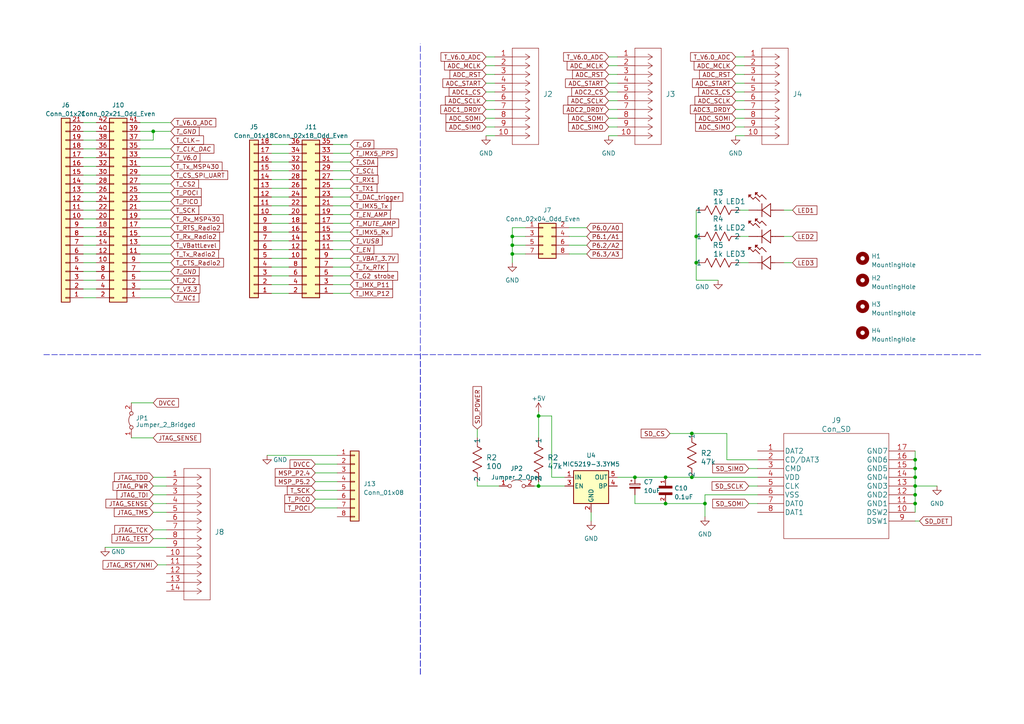
<source format=kicad_sch>
(kicad_sch (version 20230121) (generator eeschema)
  (paper "A4")
  (title_block (rev "1.0") (comment 1 "By Thimira Asurapmudalige"))
  (lib_symbols
    (symbol "CAP_0.1uF_0603:C0603C104J4RAC7867" (pin_names (offset 1.016) hide)
      (property "Reference" "C" (at 0 3.81 0))
      (property "Value" "C0603C104J4RAC7867" (at 0 -5.08 0))
      (symbol "C0603C104J4RAC7867_0_0"
        (pin passive line (at -2.54 0 0) (length 2.54) (name "~") (number "1"))
        (pin passive line (at 5.08 0 180) (length 2.54) (name "~") (number "2"))
      )
    )
    (symbol "Con10A_RightAngle:SBH11-PBPC-D05-RA-BK" (pin_names (offset 0.254) hide)
      (property "Reference" "J" (at 8.89 6.35 0))
      (property "Value" "SBH11-PBPC-D05-RA-BK" (at 10.16 -10.16 0))
      (symbol "SBH11-PBPC-D05-RA-BK_1_1"
        (pin unspecified line (at 0 0 0) (length 5.08) (name "1") (number "1"))
        (pin unspecified line (at 0 -22.86 0) (length 5.08) (name "10") (number "10"))
        (pin unspecified line (at 0 -2.54 0) (length 5.08) (name "2") (number "2"))
        (pin unspecified line (at 0 -5.08 0) (length 5.08) (name "3") (number "3"))
        (pin unspecified line (at 0 -7.62 0) (length 5.08) (name "4") (number "4"))
        (pin unspecified line (at 0 -10.16 0) (length 5.08) (name "5") (number "5"))
        (pin unspecified line (at 0 -12.7 0) (length 5.08) (name "6") (number "6"))
        (pin unspecified line (at 0 -15.24 0) (length 5.08) (name "7") (number "7"))
        (pin unspecified line (at 0 -17.78 0) (length 5.08) (name "8") (number "8"))
        (pin unspecified line (at 0 -20.32 0) (length 5.08) (name "9") (number "9"))
      )
    )
    (symbol "Con14A_RightAngle:SBH11-PBPC-D07-RA-BK" (pin_names (offset 0.254) hide)
      (property "Reference" "J" (at 8.89 6.35 0))
      (property "Value" "SBH11-PBPC-D07-RA-BK" (at 10.16 -15.24 0))
      (symbol "SBH11-PBPC-D07-RA-BK_1_1"
        (pin unspecified line (at 0 0 0) (length 5.08) (name "1") (number "1"))
        (pin unspecified line (at 0 -22.86 0) (length 5.08) (name "10") (number "10"))
        (pin unspecified line (at 0 -25.4 0) (length 5.08) (name "11") (number "11"))
        (pin unspecified line (at 0 -27.94 0) (length 5.08) (name "12") (number "12"))
        (pin unspecified line (at 0 -30.48 0) (length 5.08) (name "13") (number "13"))
        (pin unspecified line (at 0 -33.02 0) (length 5.08) (name "14") (number "14"))
        (pin unspecified line (at 0 -2.54 0) (length 5.08) (name "2") (number "2"))
        (pin unspecified line (at 0 -5.08 0) (length 5.08) (name "3") (number "3"))
        (pin unspecified line (at 0 -7.62 0) (length 5.08) (name "4") (number "4"))
        (pin unspecified line (at 0 -10.16 0) (length 5.08) (name "5") (number "5"))
        (pin unspecified line (at 0 -12.7 0) (length 5.08) (name "6") (number "6"))
        (pin unspecified line (at 0 -15.24 0) (length 5.08) (name "7") (number "7"))
        (pin unspecified line (at 0 -17.78 0) (length 5.08) (name "8") (number "8"))
        (pin unspecified line (at 0 -20.32 0) (length 5.08) (name "9") (number "9"))
      )
    )
    (symbol "Con_SD_10pin:ST11S008V4HR2000" (pin_names (offset 0.254))
      (property "Reference" "J" (at 22.86 10.16 0))
      (property "Value" "ST11S008V4HR2000" (at 22.86 7.62 0))
      (symbol "ST11S008V4HR2000_1_1"
        (pin bidirectional line (at 0 0 0) (length 7.62) (name "DAT2") (number "1"))
        (pin bidirectional line (at 45.72 -17.78 180) (length 7.62) (name "DSW2") (number "10"))
        (pin power_in line (at 45.72 -15.24 180) (length 7.62) (name "GND1") (number "11"))
        (pin power_in line (at 45.72 -12.7 180) (length 7.62) (name "GND2") (number "12"))
        (pin power_in line (at 45.72 -10.16 180) (length 7.62) (name "GND3") (number "13"))
        (pin power_in line (at 45.72 -7.62 180) (length 7.62) (name "GND4") (number "14"))
        (pin power_in line (at 45.72 -5.08 180) (length 7.62) (name "GND5") (number "15"))
        (pin power_in line (at 45.72 -2.54 180) (length 7.62) (name "GND6") (number "16"))
        (pin power_in line (at 45.72 0 180) (length 7.62) (name "GND7") (number "17"))
        (pin unspecified line (at 0 -2.54 0) (length 7.62) (name "CD/DAT3") (number "2"))
        (pin unspecified line (at 0 -5.08 0) (length 7.62) (name "CMD") (number "3"))
        (pin power_in line (at 0 -7.62 0) (length 7.62) (name "VDD") (number "4"))
        (pin unspecified line (at 0 -10.16 0) (length 7.62) (name "CLK") (number "5"))
        (pin power_in line (at 0 -12.7 0) (length 7.62) (name "VSS") (number "6"))
        (pin bidirectional line (at 0 -15.24 0) (length 7.62) (name "DAT0") (number "7"))
        (pin bidirectional line (at 0 -17.78 0) (length 7.62) (name "DAT1") (number "8"))
        (pin bidirectional line (at 45.72 -20.32 180) (length 7.62) (name "DSW1") (number "9"))
      )
    )
    (symbol "Connector_Generic:Conn_01x08" (pin_names (offset 1.016) hide)
      (property "Reference" "J" (at 0 10.16 0))
      (property "Value" "Conn_01x08" (at 0 -12.7 0))
      (symbol "Conn_01x08_1_1"
        (pin passive line (at -5.08 7.62 0) (length 3.81) (name "Pin_1") (number "1"))
        (pin passive line (at -5.08 5.08 0) (length 3.81) (name "Pin_2") (number "2"))
        (pin passive line (at -5.08 2.54 0) (length 3.81) (name "Pin_3") (number "3"))
        (pin passive line (at -5.08 0 0) (length 3.81) (name "Pin_4") (number "4"))
        (pin passive line (at -5.08 -2.54 0) (length 3.81) (name "Pin_5") (number "5"))
        (pin passive line (at -5.08 -5.08 0) (length 3.81) (name "Pin_6") (number "6"))
        (pin passive line (at -5.08 -7.62 0) (length 3.81) (name "Pin_7") (number "7"))
        (pin passive line (at -5.08 -10.16 0) (length 3.81) (name "Pin_8") (number "8"))
      )
    )
    (symbol "Connector_Generic:Conn_01x18" (pin_names (offset 1.016) hide)
      (property "Reference" "J" (at 0 22.86 0))
      (property "Value" "Conn_01x18" (at 0 -25.4 0))
      (symbol "Conn_01x18_1_1"
        (pin passive line (at -5.08 20.32 0) (length 3.81) (name "Pin_1") (number "1"))
        (pin passive line (at -5.08 -2.54 0) (length 3.81) (name "Pin_10") (number "10"))
        (pin passive line (at -5.08 -5.08 0) (length 3.81) (name "Pin_11") (number "11"))
        (pin passive line (at -5.08 -7.62 0) (length 3.81) (name "Pin_12") (number "12"))
        (pin passive line (at -5.08 -10.16 0) (length 3.81) (name "Pin_13") (number "13"))
        (pin passive line (at -5.08 -12.7 0) (length 3.81) (name "Pin_14") (number "14"))
        (pin passive line (at -5.08 -15.24 0) (length 3.81) (name "Pin_15") (number "15"))
        (pin passive line (at -5.08 -17.78 0) (length 3.81) (name "Pin_16") (number "16"))
        (pin passive line (at -5.08 -20.32 0) (length 3.81) (name "Pin_17") (number "17"))
        (pin passive line (at -5.08 -22.86 0) (length 3.81) (name "Pin_18") (number "18"))
        (pin passive line (at -5.08 17.78 0) (length 3.81) (name "Pin_2") (number "2"))
        (pin passive line (at -5.08 15.24 0) (length 3.81) (name "Pin_3") (number "3"))
        (pin passive line (at -5.08 12.7 0) (length 3.81) (name "Pin_4") (number "4"))
        (pin passive line (at -5.08 10.16 0) (length 3.81) (name "Pin_5") (number "5"))
        (pin passive line (at -5.08 7.62 0) (length 3.81) (name "Pin_6") (number "6"))
        (pin passive line (at -5.08 5.08 0) (length 3.81) (name "Pin_7") (number "7"))
        (pin passive line (at -5.08 2.54 0) (length 3.81) (name "Pin_8") (number "8"))
        (pin passive line (at -5.08 0 0) (length 3.81) (name "Pin_9") (number "9"))
      )
    )
    (symbol "Connector_Generic:Conn_01x21" (pin_names (offset 1.016) hide)
      (property "Reference" "J" (at 0 27.94 0))
      (property "Value" "Conn_01x21" (at 0 -27.94 0))
      (symbol "Conn_01x21_1_1"
        (pin passive line (at -5.08 25.4 0) (length 3.81) (name "Pin_1") (number "1"))
        (pin passive line (at -5.08 2.54 0) (length 3.81) (name "Pin_10") (number "10"))
        (pin passive line (at -5.08 0 0) (length 3.81) (name "Pin_11") (number "11"))
        (pin passive line (at -5.08 -2.54 0) (length 3.81) (name "Pin_12") (number "12"))
        (pin passive line (at -5.08 -5.08 0) (length 3.81) (name "Pin_13") (number "13"))
        (pin passive line (at -5.08 -7.62 0) (length 3.81) (name "Pin_14") (number "14"))
        (pin passive line (at -5.08 -10.16 0) (length 3.81) (name "Pin_15") (number "15"))
        (pin passive line (at -5.08 -12.7 0) (length 3.81) (name "Pin_16") (number "16"))
        (pin passive line (at -5.08 -15.24 0) (length 3.81) (name "Pin_17") (number "17"))
        (pin passive line (at -5.08 -17.78 0) (length 3.81) (name "Pin_18") (number "18"))
        (pin passive line (at -5.08 -20.32 0) (length 3.81) (name "Pin_19") (number "19"))
        (pin passive line (at -5.08 22.86 0) (length 3.81) (name "Pin_2") (number "2"))
        (pin passive line (at -5.08 -22.86 0) (length 3.81) (name "Pin_20") (number "20"))
        (pin passive line (at -5.08 -25.4 0) (length 3.81) (name "Pin_21") (number "21"))
        (pin passive line (at -5.08 20.32 0) (length 3.81) (name "Pin_3") (number "3"))
        (pin passive line (at -5.08 17.78 0) (length 3.81) (name "Pin_4") (number "4"))
        (pin passive line (at -5.08 15.24 0) (length 3.81) (name "Pin_5") (number "5"))
        (pin passive line (at -5.08 12.7 0) (length 3.81) (name "Pin_6") (number "6"))
        (pin passive line (at -5.08 10.16 0) (length 3.81) (name "Pin_7") (number "7"))
        (pin passive line (at -5.08 7.62 0) (length 3.81) (name "Pin_8") (number "8"))
        (pin passive line (at -5.08 5.08 0) (length 3.81) (name "Pin_9") (number "9"))
      )
    )
    (symbol "Connector_Generic:Conn_02x04_Odd_Even" (pin_names (offset 1.016) hide)
      (property "Reference" "J" (at 1.27 5.08 0))
      (property "Value" "Conn_02x04_Odd_Even" (at 1.27 -7.62 0))
      (symbol "Conn_02x04_Odd_Even_1_1"
        (pin passive line (at -5.08 2.54 0) (length 3.81) (name "Pin_1") (number "1"))
        (pin passive line (at 7.62 2.54 180) (length 3.81) (name "Pin_2") (number "2"))
        (pin passive line (at -5.08 0 0) (length 3.81) (name "Pin_3") (number "3"))
        (pin passive line (at 7.62 0 180) (length 3.81) (name "Pin_4") (number "4"))
        (pin passive line (at -5.08 -2.54 0) (length 3.81) (name "Pin_5") (number "5"))
        (pin passive line (at 7.62 -2.54 180) (length 3.81) (name "Pin_6") (number "6"))
        (pin passive line (at -5.08 -5.08 0) (length 3.81) (name "Pin_7") (number "7"))
        (pin passive line (at 7.62 -5.08 180) (length 3.81) (name "Pin_8") (number "8"))
      )
    )
    (symbol "Connector_Generic:Conn_02x18_Odd_Even" (pin_names (offset 1.016) hide)
      (property "Reference" "J" (at 1.27 22.86 0))
      (property "Value" "Conn_02x18_Odd_Even" (at 1.27 -25.4 0))
      (symbol "Conn_02x18_Odd_Even_1_1"
        (pin passive line (at -5.08 20.32 0) (length 3.81) (name "Pin_1") (number "1"))
        (pin passive line (at 7.62 10.16 180) (length 3.81) (name "Pin_10") (number "10"))
        (pin passive line (at -5.08 7.62 0) (length 3.81) (name "Pin_11") (number "11"))
        (pin passive line (at 7.62 7.62 180) (length 3.81) (name "Pin_12") (number "12"))
        (pin passive line (at -5.08 5.08 0) (length 3.81) (name "Pin_13") (number "13"))
        (pin passive line (at 7.62 5.08 180) (length 3.81) (name "Pin_14") (number "14"))
        (pin passive line (at -5.08 2.54 0) (length 3.81) (name "Pin_15") (number "15"))
        (pin passive line (at 7.62 2.54 180) (length 3.81) (name "Pin_16") (number "16"))
        (pin passive line (at -5.08 0 0) (length 3.81) (name "Pin_17") (number "17"))
        (pin passive line (at 7.62 0 180) (length 3.81) (name "Pin_18") (number "18"))
        (pin passive line (at -5.08 -2.54 0) (length 3.81) (name "Pin_19") (number "19"))
        (pin passive line (at 7.62 20.32 180) (length 3.81) (name "Pin_2") (number "2"))
        (pin passive line (at 7.62 -2.54 180) (length 3.81) (name "Pin_20") (number "20"))
        (pin passive line (at -5.08 -5.08 0) (length 3.81) (name "Pin_21") (number "21"))
        (pin passive line (at 7.62 -5.08 180) (length 3.81) (name "Pin_22") (number "22"))
        (pin passive line (at -5.08 -7.62 0) (length 3.81) (name "Pin_23") (number "23"))
        (pin passive line (at 7.62 -7.62 180) (length 3.81) (name "Pin_24") (number "24"))
        (pin passive line (at -5.08 -10.16 0) (length 3.81) (name "Pin_25") (number "25"))
        (pin passive line (at 7.62 -10.16 180) (length 3.81) (name "Pin_26") (number "26"))
        (pin passive line (at -5.08 -12.7 0) (length 3.81) (name "Pin_27") (number "27"))
        (pin passive line (at 7.62 -12.7 180) (length 3.81) (name "Pin_28") (number "28"))
        (pin passive line (at -5.08 -15.24 0) (length 3.81) (name "Pin_29") (number "29"))
        (pin passive line (at -5.08 17.78 0) (length 3.81) (name "Pin_3") (number "3"))
        (pin passive line (at 7.62 -15.24 180) (length 3.81) (name "Pin_30") (number "30"))
        (pin passive line (at -5.08 -17.78 0) (length 3.81) (name "Pin_31") (number "31"))
        (pin passive line (at 7.62 -17.78 180) (length 3.81) (name "Pin_32") (number "32"))
        (pin passive line (at -5.08 -20.32 0) (length 3.81) (name "Pin_33") (number "33"))
        (pin passive line (at 7.62 -20.32 180) (length 3.81) (name "Pin_34") (number "34"))
        (pin passive line (at -5.08 -22.86 0) (length 3.81) (name "Pin_35") (number "35"))
        (pin passive line (at 7.62 -22.86 180) (length 3.81) (name "Pin_36") (number "36"))
        (pin passive line (at 7.62 17.78 180) (length 3.81) (name "Pin_4") (number "4"))
        (pin passive line (at -5.08 15.24 0) (length 3.81) (name "Pin_5") (number "5"))
        (pin passive line (at 7.62 15.24 180) (length 3.81) (name "Pin_6") (number "6"))
        (pin passive line (at -5.08 12.7 0) (length 3.81) (name "Pin_7") (number "7"))
        (pin passive line (at 7.62 12.7 180) (length 3.81) (name "Pin_8") (number "8"))
        (pin passive line (at -5.08 10.16 0) (length 3.81) (name "Pin_9") (number "9"))
      )
    )
    (symbol "Connector_Generic:Conn_02x21_Odd_Even" (pin_names (offset 1.016) hide)
      (property "Reference" "J" (at 1.27 27.94 0))
      (property "Value" "Conn_02x21_Odd_Even" (at 1.27 -27.94 0))
      (symbol "Conn_02x21_Odd_Even_1_1"
        (pin passive line (at -5.08 25.4 0) (length 3.81) (name "Pin_1") (number "1"))
        (pin passive line (at 7.62 15.24 180) (length 3.81) (name "Pin_10") (number "10"))
        (pin passive line (at -5.08 12.7 0) (length 3.81) (name "Pin_11") (number "11"))
        (pin passive line (at 7.62 12.7 180) (length 3.81) (name "Pin_12") (number "12"))
        (pin passive line (at -5.08 10.16 0) (length 3.81) (name "Pin_13") (number "13"))
        (pin passive line (at 7.62 10.16 180) (length 3.81) (name "Pin_14") (number "14"))
        (pin passive line (at -5.08 7.62 0) (length 3.81) (name "Pin_15") (number "15"))
        (pin passive line (at 7.62 7.62 180) (length 3.81) (name "Pin_16") (number "16"))
        (pin passive line (at -5.08 5.08 0) (length 3.81) (name "Pin_17") (number "17"))
        (pin passive line (at 7.62 5.08 180) (length 3.81) (name "Pin_18") (number "18"))
        (pin passive line (at -5.08 2.54 0) (length 3.81) (name "Pin_19") (number "19"))
        (pin passive line (at 7.62 25.4 180) (length 3.81) (name "Pin_2") (number "2"))
        (pin passive line (at 7.62 2.54 180) (length 3.81) (name "Pin_20") (number "20"))
        (pin passive line (at -5.08 0 0) (length 3.81) (name "Pin_21") (number "21"))
        (pin passive line (at 7.62 0 180) (length 3.81) (name "Pin_22") (number "22"))
        (pin passive line (at -5.08 -2.54 0) (length 3.81) (name "Pin_23") (number "23"))
        (pin passive line (at 7.62 -2.54 180) (length 3.81) (name "Pin_24") (number "24"))
        (pin passive line (at -5.08 -5.08 0) (length 3.81) (name "Pin_25") (number "25"))
        (pin passive line (at 7.62 -5.08 180) (length 3.81) (name "Pin_26") (number "26"))
        (pin passive line (at -5.08 -7.62 0) (length 3.81) (name "Pin_27") (number "27"))
        (pin passive line (at 7.62 -7.62 180) (length 3.81) (name "Pin_28") (number "28"))
        (pin passive line (at -5.08 -10.16 0) (length 3.81) (name "Pin_29") (number "29"))
        (pin passive line (at -5.08 22.86 0) (length 3.81) (name "Pin_3") (number "3"))
        (pin passive line (at 7.62 -10.16 180) (length 3.81) (name "Pin_30") (number "30"))
        (pin passive line (at -5.08 -12.7 0) (length 3.81) (name "Pin_31") (number "31"))
        (pin passive line (at 7.62 -12.7 180) (length 3.81) (name "Pin_32") (number "32"))
        (pin passive line (at -5.08 -15.24 0) (length 3.81) (name "Pin_33") (number "33"))
        (pin passive line (at 7.62 -15.24 180) (length 3.81) (name "Pin_34") (number "34"))
        (pin passive line (at -5.08 -17.78 0) (length 3.81) (name "Pin_35") (number "35"))
        (pin passive line (at 7.62 -17.78 180) (length 3.81) (name "Pin_36") (number "36"))
        (pin passive line (at -5.08 -20.32 0) (length 3.81) (name "Pin_37") (number "37"))
        (pin passive line (at 7.62 -20.32 180) (length 3.81) (name "Pin_38") (number "38"))
        (pin passive line (at -5.08 -22.86 0) (length 3.81) (name "Pin_39") (number "39"))
        (pin passive line (at 7.62 22.86 180) (length 3.81) (name "Pin_4") (number "4"))
        (pin passive line (at 7.62 -22.86 180) (length 3.81) (name "Pin_40") (number "40"))
        (pin passive line (at -5.08 -25.4 0) (length 3.81) (name "Pin_41") (number "41"))
        (pin passive line (at 7.62 -25.4 180) (length 3.81) (name "Pin_42") (number "42"))
        (pin passive line (at -5.08 20.32 0) (length 3.81) (name "Pin_5") (number "5"))
        (pin passive line (at 7.62 20.32 180) (length 3.81) (name "Pin_6") (number "6"))
        (pin passive line (at -5.08 17.78 0) (length 3.81) (name "Pin_7") (number "7"))
        (pin passive line (at 7.62 17.78 180) (length 3.81) (name "Pin_8") (number "8"))
        (pin passive line (at -5.08 15.24 0) (length 3.81) (name "Pin_9") (number "9"))
      )
    )
    (symbol "Device:C_Polarized_Small" (pin_numbers hide) (pin_names (offset 0.254) hide)
      (property "Reference" "C7" (at 2.54 1.1811 0))
      (property "Value" "10uF" (at 2.54 -1.3589 0))
      (symbol "C_Polarized_Small_1_1"
        (pin passive line (at 0 2.54 270) (length 1.8542) (name "1") (number "1"))
        (pin passive line (at 0 -2.54 90) (length 1.8542) (name "2") (number "2"))
      )
    )
    (symbol "Jumper:Jumper_2_Bridged" (pin_names (offset 0) hide)
      (property "Reference" "JP" (at 0 1.905 0))
      (property "Value" "Jumper_2_Bridged" (at 0 -2.54 0))
      (symbol "Jumper_2_Bridged_1_1"
        (pin passive line (at -5.08 0 0) (length 2.54) (name "A") (number "1"))
        (pin passive line (at 5.08 0 180) (length 2.54) (name "B") (number "2"))
      )
    )
    (symbol "Jumper:Jumper_2_Open" (pin_names (offset 0) hide)
      (property "Reference" "JP" (at 0 2.794 0))
      (property "Value" "Jumper_2_Open" (at 0 -2.286 0))
      (symbol "Jumper_2_Open_1_1"
        (pin passive line (at -5.08 0 0) (length 2.54) (name "A") (number "1"))
        (pin passive line (at 5.08 0 180) (length 2.54) (name "B") (number "2"))
      )
    )
    (symbol "LED_SMD:LTST-C150GKT" (pin_numbers hide) (pin_names hide)
      (property "Reference" "LED" (at 5.08 -4.445 0))
      (property "Value" "LTST-C150GKT" (at 5.08 -7.62 0))
      (symbol "LTST-C150GKT_1_1"
        (pin unspecified line (at 10.16 0 180) (length 2.54) (name "1") (number "1"))
        (pin unspecified line (at 0 0 0) (length 2.54) (name "2") (number "2"))
      )
    )
    (symbol "Mechanical:MountingHole" (pin_names (offset 1.016))
      (property "Reference" "H" (at 0 5.08 0))
      (property "Value" "MountingHole" (at 0 3.175 0))
    )
    (symbol "Regulator_Linear:MIC5219-3.3YM5" (pin_names (offset 0.254))
      (property "Reference" "U" (at -3.81 5.715 0))
      (property "Value" "MIC5219-3.3YM5" (at 0 5.715 0))
      (symbol "MIC5219-3.3YM5_1_1"
        (pin power_in line (at -7.62 2.54 0) (length 2.54) (name "IN") (number "1"))
        (pin power_in line (at 0 -7.62 90) (length 2.54) (name "GND") (number "2"))
        (pin input line (at -7.62 0 0) (length 2.54) (name "EN") (number "3"))
        (pin input line (at 7.62 0 180) (length 2.54) (name "BP") (number "4"))
        (pin power_out line (at 7.62 2.54 180) (length 2.54) (name "OUT") (number "5"))
      )
    )
    (symbol "Res_47k_0603:CRCW060347K0JNEA" (pin_numbers hide) (pin_names (offset -2.54))
      (property "Reference" "R" (at 5.715 3.81 0))
      (property "Value" "CRCW060347K0JNEA" (at 6.35 -6.985 0))
      (symbol "CRCW060347K0JNEA_1_1"
        (pin unspecified line (at 12.7 0 180) (length 2.54) (name "1") (number "1"))
        (pin unspecified line (at 0 0 0) (length 2.54) (name "2") (number "2"))
      )
    )
    (symbol "power:+5V" (power) (pin_names (offset 0))
      (property "Value" "+5V" (at 0 3.556 0))
      (symbol "+5V_1_1"
        (pin power_in line (at 0 0 90) (length 0) hide (name "+5V") (number "1"))
      )
    )
    (symbol "power:GND" (power) (pin_names (offset 0))
      (property "Value" "GND" (at 0 -3.81 0))
      (symbol "GND_1_1"
        (pin power_in line (at 0 0 270) (length 0) hide (name "GND") (number "1"))
      )
    )
  )
  (junction (at 193.04 138.43))
  (junction (at 204.47 146.05))
  (junction (at 148.59 68.58))
  (junction (at 265.43 146.05))
  (junction (at 44.45 38.1))
  (junction (at 201.93 68.58))
  (junction (at 200.66 138.43))
  (junction (at 148.59 71.12))
  (junction (at 265.43 138.43))
  (junction (at 265.43 140.97))
  (junction (at 200.66 125.73))
  (junction (at 265.43 135.89))
  (junction (at 156.21 140.97))
  (junction (at 148.59 73.66))
  (junction (at 184.15 138.43))
  (junction (at 265.43 143.51))
  (junction (at 201.93 76.2))
  (junction (at 156.21 120.65))
  (junction (at 265.43 133.35))
  (junction (at 193.04 146.05))
  (wire (pts (xy 40.64 78.74) (xy 49.53 78.74)))
  (wire (pts (xy 184.15 146.05) (xy 193.04 146.05)))
  (wire (pts (xy 265.43 143.51) (xy 265.43 146.05)))
  (wire (pts (xy 217.17 146.05) (xy 219.71 146.05)))
  (wire (pts (xy 148.59 73.66) (xy 148.59 76.2)))
  (polyline (pts (xy 132.08 102.87) (xy 284.48 102.87)) (stroke (width 0) (type dash)))
  (polyline (pts (xy 121.92 195.58) (xy 121.92 102.87)) (stroke (width 0) (type dash)))
  (wire (pts (xy 27.94 58.42) (xy 24.13 58.42)))
  (wire (pts (xy 44.45 156.21) (xy 48.26 156.21)))
  (wire (pts (xy 160.02 138.43) (xy 160.02 120.65)))
  (wire (pts (xy 170.18 71.12) (xy 165.1 71.12)))
  (wire (pts (xy 27.94 50.8) (xy 24.13 50.8)))
  (wire (pts (xy 96.52 82.55) (xy 101.6 82.55)))
  (wire (pts (xy 229.87 68.58) (xy 227.33 68.58)))
  (wire (pts (xy 179.07 31.75) (xy 176.53 31.75)))
  (wire (pts (xy 96.52 69.85) (xy 101.6 69.85)))
  (wire (pts (xy 96.52 77.47) (xy 101.6 77.47)))
  (wire (pts (xy 96.52 46.99) (xy 101.6 46.99)))
  (wire (pts (xy 40.64 63.5) (xy 49.53 63.5)))
  (wire (pts (xy 163.83 138.43) (xy 160.02 138.43)))
  (wire (pts (xy 184.15 138.43) (xy 193.04 138.43)))
  (wire (pts (xy 156.21 120.65) (xy 160.02 120.65)))
  (wire (pts (xy 208.28 81.28) (xy 201.93 81.28)))
  (wire (pts (xy 49.53 60.96) (xy 40.64 60.96)))
  (wire (pts (xy 179.07 29.21) (xy 176.53 29.21)))
  (wire (pts (xy 200.66 138.43) (xy 219.71 138.43)))
  (wire (pts (xy 210.82 125.73) (xy 210.82 133.35)))
  (wire (pts (xy 40.64 81.28) (xy 49.53 81.28)))
  (wire (pts (xy 83.82 74.93) (xy 78.74 74.93)))
  (wire (pts (xy 44.45 38.1) (xy 44.45 40.64)))
  (wire (pts (xy 40.64 73.66) (xy 49.53 73.66)))
  (wire (pts (xy 156.21 120.65) (xy 156.21 127)))
  (wire (pts (xy 215.9 29.21) (xy 213.36 29.21)))
  (wire (pts (xy 44.45 153.67) (xy 48.26 153.67)))
  (wire (pts (xy 140.97 19.05) (xy 143.51 19.05)))
  (wire (pts (xy 265.43 130.81) (xy 265.43 133.35)))
  (wire (pts (xy 154.94 140.97) (xy 156.21 140.97)))
  (wire (pts (xy 179.07 24.13) (xy 176.53 24.13)))
  (wire (pts (xy 77.47 132.08) (xy 97.79 132.08)))
  (wire (pts (xy 140.97 34.29) (xy 143.51 34.29)))
  (wire (pts (xy 179.07 21.59) (xy 176.53 21.59)))
  (wire (pts (xy 40.64 35.56) (xy 49.53 35.56)))
  (wire (pts (xy 179.07 36.83) (xy 176.53 36.83)))
  (wire (pts (xy 140.97 24.13) (xy 143.51 24.13)))
  (wire (pts (xy 215.9 36.83) (xy 213.36 36.83)))
  (wire (pts (xy 148.59 71.12) (xy 148.59 73.66)))
  (wire (pts (xy 215.9 26.67) (xy 213.36 26.67)))
  (wire (pts (xy 27.94 63.5) (xy 24.13 63.5)))
  (wire (pts (xy 96.52 74.93) (xy 101.6 74.93)))
  (wire (pts (xy 83.82 80.01) (xy 78.74 80.01)))
  (polyline (pts (xy 12.7 102.87) (xy 132.08 102.87)) (stroke (width 0) (type dash)))
  (wire (pts (xy 163.83 140.97) (xy 156.21 140.97)))
  (wire (pts (xy 201.93 81.28) (xy 201.93 76.2)))
  (wire (pts (xy 266.7 151.13) (xy 265.43 151.13)))
  (wire (pts (xy 83.82 54.61) (xy 78.74 54.61)))
  (wire (pts (xy 27.94 40.64) (xy 24.13 40.64)))
  (wire (pts (xy 83.82 82.55) (xy 78.74 82.55)))
  (wire (pts (xy 144.78 140.97) (xy 138.43 140.97)))
  (wire (pts (xy 204.47 146.05) (xy 204.47 143.51)))
  (wire (pts (xy 179.07 34.29) (xy 176.53 34.29)))
  (wire (pts (xy 200.66 125.73) (xy 210.82 125.73)))
  (wire (pts (xy 83.82 77.47) (xy 78.74 77.47)))
  (wire (pts (xy 152.4 66.04) (xy 148.59 66.04)))
  (wire (pts (xy 91.44 137.16) (xy 97.79 137.16)))
  (wire (pts (xy 49.53 45.72) (xy 40.64 45.72)))
  (wire (pts (xy 156.21 119.38) (xy 156.21 120.65)))
  (wire (pts (xy 215.9 31.75) (xy 213.36 31.75)))
  (wire (pts (xy 204.47 149.86) (xy 204.47 146.05)))
  (wire (pts (xy 96.52 72.39) (xy 101.6 72.39)))
  (wire (pts (xy 138.43 140.97) (xy 138.43 139.7)))
  (wire (pts (xy 265.43 138.43) (xy 265.43 140.97)))
  (wire (pts (xy 214.63 76.2) (xy 217.17 76.2)))
  (wire (pts (xy 148.59 66.04) (xy 148.59 68.58)))
  (wire (pts (xy 27.94 55.88) (xy 24.13 55.88)))
  (wire (pts (xy 44.45 140.97) (xy 48.26 140.97)))
  (wire (pts (xy 44.45 143.51) (xy 48.26 143.51)))
  (wire (pts (xy 96.52 59.69) (xy 101.6 59.69)))
  (wire (pts (xy 179.07 138.43) (xy 184.15 138.43)))
  (wire (pts (xy 27.94 76.2) (xy 24.13 76.2)))
  (wire (pts (xy 40.64 40.64) (xy 44.45 40.64)))
  (wire (pts (xy 27.94 81.28) (xy 24.13 81.28)))
  (wire (pts (xy 140.97 36.83) (xy 143.51 36.83)))
  (wire (pts (xy 40.64 55.88) (xy 49.53 55.88)))
  (wire (pts (xy 179.07 26.67) (xy 176.53 26.67)))
  (wire (pts (xy 265.43 133.35) (xy 265.43 135.89)))
  (wire (pts (xy 265.43 135.89) (xy 265.43 138.43)))
  (wire (pts (xy 44.45 146.05) (xy 48.26 146.05)))
  (wire (pts (xy 140.97 26.67) (xy 143.51 26.67)))
  (wire (pts (xy 40.64 68.58) (xy 49.53 68.58)))
  (wire (pts (xy 96.52 62.23) (xy 101.6 62.23)))
  (wire (pts (xy 27.94 86.36) (xy 24.13 86.36)))
  (wire (pts (xy 194.31 125.73) (xy 200.66 125.73)))
  (wire (pts (xy 193.04 138.43) (xy 200.66 138.43)))
  (wire (pts (xy 83.82 64.77) (xy 78.74 64.77)))
  (wire (pts (xy 40.64 86.36) (xy 49.53 86.36)))
  (wire (pts (xy 91.44 144.78) (xy 97.79 144.78)))
  (wire (pts (xy 40.64 48.26) (xy 49.53 48.26)))
  (wire (pts (xy 96.52 41.91) (xy 101.6 41.91)))
  (wire (pts (xy 96.52 57.15) (xy 101.6 57.15)))
  (wire (pts (xy 27.94 78.74) (xy 24.13 78.74)))
  (wire (pts (xy 83.82 52.07) (xy 78.74 52.07)))
  (wire (pts (xy 91.44 142.24) (xy 97.79 142.24)))
  (wire (pts (xy 30.48 158.75) (xy 48.26 158.75)))
  (wire (pts (xy 83.82 44.45) (xy 78.74 44.45)))
  (wire (pts (xy 215.9 21.59) (xy 213.36 21.59)))
  (wire (pts (xy 27.94 38.1) (xy 24.13 38.1)))
  (wire (pts (xy 201.93 68.58) (xy 201.93 76.2)))
  (wire (pts (xy 83.82 85.09) (xy 78.74 85.09)))
  (wire (pts (xy 40.64 66.04) (xy 49.53 66.04)))
  (wire (pts (xy 83.82 72.39) (xy 78.74 72.39)))
  (wire (pts (xy 44.45 38.1) (xy 49.53 38.1)))
  (wire (pts (xy 140.97 21.59) (xy 143.51 21.59)))
  (wire (pts (xy 170.18 68.58) (xy 165.1 68.58)))
  (wire (pts (xy 83.82 46.99) (xy 78.74 46.99)))
  (wire (pts (xy 27.94 60.96) (xy 24.13 60.96)))
  (wire (pts (xy 49.53 43.18) (xy 40.64 43.18)))
  (wire (pts (xy 193.04 146.05) (xy 204.47 146.05)))
  (wire (pts (xy 44.45 138.43) (xy 48.26 138.43)))
  (wire (pts (xy 27.94 73.66) (xy 24.13 73.66)))
  (wire (pts (xy 83.82 59.69) (xy 78.74 59.69)))
  (wire (pts (xy 27.94 68.58) (xy 24.13 68.58)))
  (wire (pts (xy 91.44 134.62) (xy 97.79 134.62)))
  (wire (pts (xy 215.9 16.51) (xy 213.36 16.51)))
  (wire (pts (xy 152.4 73.66) (xy 148.59 73.66)))
  (wire (pts (xy 40.64 38.1) (xy 44.45 38.1)))
  (wire (pts (xy 214.63 60.96) (xy 217.17 60.96)))
  (wire (pts (xy 217.17 140.97) (xy 219.71 140.97)))
  (wire (pts (xy 152.4 71.12) (xy 148.59 71.12)))
  (wire (pts (xy 214.63 68.58) (xy 217.17 68.58)))
  (wire (pts (xy 148.59 68.58) (xy 148.59 71.12)))
  (wire (pts (xy 184.15 143.51) (xy 184.15 146.05)))
  (wire (pts (xy 229.87 60.96) (xy 227.33 60.96)))
  (wire (pts (xy 215.9 39.37) (xy 213.36 39.37)))
  (wire (pts (xy 44.45 148.59) (xy 48.26 148.59)))
  (wire (pts (xy 215.9 34.29) (xy 213.36 34.29)))
  (wire (pts (xy 171.45 148.59) (xy 171.45 151.13)))
  (wire (pts (xy 27.94 45.72) (xy 24.13 45.72)))
  (wire (pts (xy 217.17 135.89) (xy 219.71 135.89)))
  (wire (pts (xy 49.53 71.12) (xy 40.64 71.12)))
  (wire (pts (xy 210.82 133.35) (xy 219.71 133.35)))
  (wire (pts (xy 96.52 54.61) (xy 101.6 54.61)))
  (wire (pts (xy 179.07 16.51) (xy 176.53 16.51)))
  (wire (pts (xy 179.07 39.37) (xy 176.53 39.37)))
  (wire (pts (xy 91.44 147.32) (xy 97.79 147.32)))
  (wire (pts (xy 27.94 35.56) (xy 24.13 35.56)))
  (wire (pts (xy 229.87 76.2) (xy 227.33 76.2)))
  (wire (pts (xy 140.97 16.51) (xy 143.51 16.51)))
  (wire (pts (xy 83.82 49.53) (xy 78.74 49.53)))
  (wire (pts (xy 140.97 29.21) (xy 143.51 29.21)))
  (wire (pts (xy 96.52 44.45) (xy 101.6 44.45)))
  (wire (pts (xy 96.52 49.53) (xy 101.6 49.53)))
  (wire (pts (xy 204.47 143.51) (xy 219.71 143.51)))
  (wire (pts (xy 44.45 127) (xy 38.1 127)))
  (wire (pts (xy 96.52 80.01) (xy 101.6 80.01)))
  (wire (pts (xy 96.52 52.07) (xy 101.6 52.07)))
  (wire (pts (xy 83.82 62.23) (xy 78.74 62.23)))
  (wire (pts (xy 140.97 39.37) (xy 143.51 39.37)))
  (wire (pts (xy 27.94 71.12) (xy 24.13 71.12)))
  (wire (pts (xy 96.52 67.31) (xy 101.6 67.31)))
  (wire (pts (xy 265.43 140.97) (xy 271.78 140.97)))
  (wire (pts (xy 83.82 57.15) (xy 78.74 57.15)))
  (wire (pts (xy 215.9 24.13) (xy 213.36 24.13)))
  (wire (pts (xy 156.21 140.97) (xy 156.21 139.7)))
  (wire (pts (xy 45.72 163.83) (xy 48.26 163.83)))
  (wire (pts (xy 83.82 69.85) (xy 78.74 69.85)))
  (wire (pts (xy 40.64 83.82) (xy 49.53 83.82)))
  (wire (pts (xy 96.52 85.09) (xy 101.6 85.09)))
  (wire (pts (xy 140.97 31.75) (xy 143.51 31.75)))
  (wire (pts (xy 138.43 124.46) (xy 138.43 127)))
  (wire (pts (xy 40.64 50.8) (xy 49.53 50.8)))
  (wire (pts (xy 152.4 68.58) (xy 148.59 68.58)))
  (wire (pts (xy 215.9 19.05) (xy 213.36 19.05)))
  (wire (pts (xy 179.07 19.05) (xy 176.53 19.05)))
  (wire (pts (xy 265.43 140.97) (xy 265.43 143.51)))
  (wire (pts (xy 91.44 139.7) (xy 97.79 139.7)))
  (wire (pts (xy 170.18 73.66) (xy 165.1 73.66)))
  (wire (pts (xy 27.94 66.04) (xy 24.13 66.04)))
  (wire (pts (xy 265.43 146.05) (xy 265.43 148.59)))
  (wire (pts (xy 201.93 60.96) (xy 201.93 68.58)))
  (polyline (pts (xy 121.92 195.58) (xy 121.92 12.7)) (stroke (width 0) (type dash)))
  (wire (pts (xy 40.64 53.34) (xy 49.53 53.34)))
  (wire (pts (xy 40.64 76.2) (xy 49.53 76.2)))
  (wire (pts (xy 83.82 41.91) (xy 78.74 41.91)))
  (wire (pts (xy 27.94 43.18) (xy 24.13 43.18)))
  (wire (pts (xy 170.18 66.04) (xy 165.1 66.04)))
  (wire (pts (xy 27.94 83.82) (xy 24.13 83.82)))
  (wire (pts (xy 83.82 67.31) (xy 78.74 67.31)))
  (wire (pts (xy 40.64 58.42) (xy 49.53 58.42)))
  (wire (pts (xy 27.94 53.34) (xy 24.13 53.34)))
  (wire (pts (xy 27.94 48.26) (xy 24.13 48.26)))
  (wire (pts (xy 96.52 64.77) (xy 101.6 64.77)))
  (wire (pts (xy 38.1 116.84) (xy 44.45 116.84)))
  (global_label "JTAG_TEST" (shape input) (at 44.45 156.21 180) (property "Intersheetrefs" "${INTERSHEET_REFS}" (effects hide)))
  (global_label "T_POCI" (shape input) (at 91.44 147.32 180) (property "Intersheetrefs" "${INTERSHEET_REFS}" (effects hide)))
  (global_label "SD_SOMI" (shape input) (at 217.17 146.05 180) (property "Intersheetrefs" "${INTERSHEET_REFS}" (effects hide)))
  (global_label "T_PICO" (shape input) (at 91.44 144.78 180) (property "Intersheetrefs" "${INTERSHEET_REFS}" (effects hide)))
  (global_label "ADC_START" (shape input) (at 213.36 24.13 180) (property "Intersheetrefs" "${INTERSHEET_REFS}" (effects hide)))
  (global_label "SD_CS" (shape input) (at 194.31 125.73 180) (property "Intersheetrefs" "${INTERSHEET_REFS}" (effects hide)))
  (global_label "T_PICO" (shape input) (at 49.53 58.42 0) (property "Intersheetrefs" "${INTERSHEET_REFS}" (effects hide)))
  (global_label "LED3" (shape input) (at 229.87 76.2 0) (property "Intersheetrefs" "${INTERSHEET_REFS}" (effects hide)))
  (global_label "ADC_SOMI" (shape input) (at 176.53 34.29 180) (property "Intersheetrefs" "${INTERSHEET_REFS}" (effects hide)))
  (global_label "ADC2_CS" (shape input) (at 176.53 26.67 180) (property "Intersheetrefs" "${INTERSHEET_REFS}" (effects hide)))
  (global_label "T_GND" (shape input) (at 49.53 78.74 0) (effects (font italic)) (property "Intersheetrefs" "${INTERSHEET_REFS}" (effects hide)))
  (global_label "SD_POWER" (shape input) (at 138.43 124.46 90) (property "Intersheetrefs" "${INTERSHEET_REFS}" (effects hide)))
  (global_label "T_V6.0_ADC" (shape input) (at 49.53 35.56 0) (property "Intersheetrefs" "${INTERSHEET_REFS}" (effects hide)))
  (global_label "T_Rx_Radio2" (shape input) (at 49.53 68.58 0) (property "Intersheetrefs" "${INTERSHEET_REFS}" (effects hide)))
  (global_label "ADC_MCLK" (shape input) (at 176.53 19.05 180) (property "Intersheetrefs" "${INTERSHEET_REFS}" (effects hide)))
  (global_label "T_CS2" (shape input) (at 49.53 53.34 0) (property "Intersheetrefs" "${INTERSHEET_REFS}" (effects hide)))
  (global_label "T_Tx_RTK" (shape input) (at 101.6 77.47 0) (effects (font italic)) (property "Intersheetrefs" "${INTERSHEET_REFS}" (effects hide)))
  (global_label "ADC_RST" (shape input) (at 140.97 21.59 180) (property "Intersheetrefs" "${INTERSHEET_REFS}" (effects hide)))
  (global_label "T_SCK" (shape input) (at 91.44 142.24 180) (property "Intersheetrefs" "${INTERSHEET_REFS}" (effects hide)))
  (global_label "T_RTS_Radio2" (shape input) (at 49.53 66.04 0) (property "Intersheetrefs" "${INTERSHEET_REFS}" (effects hide)))
  (global_label "T_V6.0_ADC" (shape input) (at 213.36 16.51 180) (property "Intersheetrefs" "${INTERSHEET_REFS}" (effects hide)))
  (global_label "T_G9" (shape input) (at 101.6 41.91 0) (effects (font italic)) (property "Intersheetrefs" "${INTERSHEET_REFS}" (effects hide)))
  (global_label "MSP_P5.2" (shape input) (at 91.44 139.7 180) (property "Intersheetrefs" "${INTERSHEET_REFS}" (effects hide)))
  (global_label "DVCC" (shape input) (at 91.44 134.62 180) (property "Intersheetrefs" "${INTERSHEET_REFS}" (effects hide)))
  (global_label "T_IMX5_Tx" (shape input) (at 101.6 59.69 0) (property "Intersheetrefs" "${INTERSHEET_REFS}" (effects hide)))
  (global_label "JTAG_SENSE" (shape input) (at 44.45 146.05 180) (property "Intersheetrefs" "${INTERSHEET_REFS}" (effects hide)))
  (global_label "T_IMX5_Rx" (shape input) (at 101.6 67.31 0) (property "Intersheetrefs" "${INTERSHEET_REFS}" (effects hide)))
  (global_label "SD_SIMO" (shape input) (at 217.17 135.89 180) (property "Intersheetrefs" "${INTERSHEET_REFS}" (effects hide)))
  (global_label "ADC_SCLK" (shape input) (at 176.53 29.21 180) (property "Intersheetrefs" "${INTERSHEET_REFS}" (effects hide)))
  (global_label "JTAG_TMS" (shape input) (at 44.45 148.59 180) (property "Intersheetrefs" "${INTERSHEET_REFS}" (effects hide)))
  (global_label "T_IMX5_PPS" (shape input) (at 101.6 44.45 0) (effects (font italic)) (property "Intersheetrefs" "${INTERSHEET_REFS}" (effects hide)))
  (global_label "T_CLK_DAC" (shape input) (at 49.53 43.18 0) (effects (font italic)) (property "Intersheetrefs" "${INTERSHEET_REFS}" (effects hide)))
  (global_label "T_SCK" (shape input) (at 49.53 60.96 0) (property "Intersheetrefs" "${INTERSHEET_REFS}" (effects hide)))
  (global_label "T_VBattLevel" (shape input) (at 49.53 71.12 0) (property "Intersheetrefs" "${INTERSHEET_REFS}" (effects hide)))
  (global_label "T_V3.3" (shape input) (at 49.53 83.82 0) (effects (font italic)) (property "Intersheetrefs" "${INTERSHEET_REFS}" (effects hide)))
  (global_label "T_SCL" (shape input) (at 101.6 49.53 0) (effects (font italic)) (property "Intersheetrefs" "${INTERSHEET_REFS}" (effects hide)))
  (global_label "ADC_MCLK" (shape input) (at 140.97 19.05 180) (property "Intersheetrefs" "${INTERSHEET_REFS}" (effects hide)))
  (global_label "P6.1{slash}A1" (shape input) (at 170.18 68.58 0) (property "Intersheetrefs" "${INTERSHEET_REFS}" (effects hide)))
  (global_label "T_DAC_trigger" (shape input) (at 101.6 57.15 0) (property "Intersheetrefs" "${INTERSHEET_REFS}" (effects hide)))
  (global_label "T_TX1" (shape input) (at 101.6 54.61 0) (property "Intersheetrefs" "${INTERSHEET_REFS}" (effects hide)))
  (global_label "T_EN" (shape input) (at 101.6 72.39 0) (effects (font italic)) (property "Intersheetrefs" "${INTERSHEET_REFS}" (effects hide)))
  (global_label "ADC_RST" (shape input) (at 213.36 21.59 180) (property "Intersheetrefs" "${INTERSHEET_REFS}" (effects hide)))
  (global_label "T_NC1" (shape input) (at 49.53 86.36 0) (effects (font italic)) (property "Intersheetrefs" "${INTERSHEET_REFS}" (effects hide)))
  (global_label "ADC_SCLK" (shape input) (at 140.97 29.21 180) (property "Intersheetrefs" "${INTERSHEET_REFS}" (effects hide)))
  (global_label "ADC2_DRDY" (shape input) (at 176.53 31.75 180) (property "Intersheetrefs" "${INTERSHEET_REFS}" (effects hide)))
  (global_label "T_NC2" (shape input) (at 49.53 81.28 0) (property "Intersheetrefs" "${INTERSHEET_REFS}" (effects hide)))
  (global_label "JTAG_TDO" (shape input) (at 44.45 138.43 180) (property "Intersheetrefs" "${INTERSHEET_REFS}" (effects hide)))
  (global_label "ADC_SCLK" (shape input) (at 213.36 29.21 180) (property "Intersheetrefs" "${INTERSHEET_REFS}" (effects hide)))
  (global_label "T_CLK-" (shape input) (at 49.53 40.64 0) (property "Intersheetrefs" "${INTERSHEET_REFS}" (effects hide)))
  (global_label "T_V6.0" (shape input) (at 49.53 45.72 0) (effects (font italic)) (property "Intersheetrefs" "${INTERSHEET_REFS}" (effects hide)))
  (global_label "JTAG_TCK" (shape input) (at 44.45 153.67 180) (property "Intersheetrefs" "${INTERSHEET_REFS}" (effects hide)))
  (global_label "T_IMX_P11" (shape input) (at 101.6 82.55 0) (property "Intersheetrefs" "${INTERSHEET_REFS}" (effects hide)))
  (global_label "LED2" (shape input) (at 229.87 68.58 0) (property "Intersheetrefs" "${INTERSHEET_REFS}" (effects hide)))
  (global_label "T_VUSB" (shape input) (at 101.6 69.85 0) (effects (font italic)) (property "Intersheetrefs" "${INTERSHEET_REFS}" (effects hide)))
  (global_label "T_EN_AMP" (shape input) (at 101.6 62.23 0) (effects (font italic)) (property "Intersheetrefs" "${INTERSHEET_REFS}" (effects hide)))
  (global_label "T_Tx_MSP430" (shape input) (at 49.53 48.26 0) (property "Intersheetrefs" "${INTERSHEET_REFS}" (effects hide)))
  (global_label "P6.3{slash}A3" (shape input) (at 170.18 73.66 0) (property "Intersheetrefs" "${INTERSHEET_REFS}" (effects hide)))
  (global_label "ADC_START" (shape input) (at 140.97 24.13 180) (property "Intersheetrefs" "${INTERSHEET_REFS}" (effects hide)))
  (global_label "ADC1_CS" (shape input) (at 140.97 26.67 180) (property "Intersheetrefs" "${INTERSHEET_REFS}" (effects hide)))
  (global_label "ADC_SIMO" (shape input) (at 213.36 36.83 180) (property "Intersheetrefs" "${INTERSHEET_REFS}" (effects hide)))
  (global_label "P6.2{slash}A2" (shape input) (at 170.18 71.12 0) (property "Intersheetrefs" "${INTERSHEET_REFS}" (effects hide)))
  (global_label "T_POCI" (shape input) (at 49.53 55.88 0) (property "Intersheetrefs" "${INTERSHEET_REFS}" (effects hide)))
  (global_label "T_GND" (shape input) (at 49.53 38.1 0) (effects (font italic)) (property "Intersheetrefs" "${INTERSHEET_REFS}" (effects hide)))
  (global_label "ADC3_DRDY" (shape input) (at 213.36 31.75 180) (property "Intersheetrefs" "${INTERSHEET_REFS}" (effects hide)))
  (global_label "SD_DET" (shape input) (at 266.7 151.13 0) (property "Intersheetrefs" "${INTERSHEET_REFS}" (effects hide)))
  (global_label "P6.0{slash}A0" (shape input) (at 170.18 66.04 0) (property "Intersheetrefs" "${INTERSHEET_REFS}" (effects hide)))
  (global_label "JTAG_TDI" (shape input) (at 44.45 143.51 180) (property "Intersheetrefs" "${INTERSHEET_REFS}" (effects hide)))
  (global_label "T_V6.0_ADC" (shape input) (at 176.53 16.51 180) (property "Intersheetrefs" "${INTERSHEET_REFS}" (effects hide)))
  (global_label "T_Tx_Radio2" (shape input) (at 49.53 73.66 0) (property "Intersheetrefs" "${INTERSHEET_REFS}" (effects hide)))
  (global_label "SD_SCLK" (shape input) (at 217.17 140.97 180) (property "Intersheetrefs" "${INTERSHEET_REFS}" (effects hide)))
  (global_label "T_CS_SPI_UART" (shape input) (at 49.53 50.8 0) (property "Intersheetrefs" "${INTERSHEET_REFS}" (effects hide)))
  (global_label "T_Rx_MSP430" (shape input) (at 49.53 63.5 0) (property "Intersheetrefs" "${INTERSHEET_REFS}" (effects hide)))
  (global_label "ADC_MCLK" (shape input) (at 213.36 19.05 180) (property "Intersheetrefs" "${INTERSHEET_REFS}" (effects hide)))
  (global_label "ADC_RST" (shape input) (at 176.53 21.59 180) (property "Intersheetrefs" "${INTERSHEET_REFS}" (effects hide)))
  (global_label "MSP_P2.4" (shape input) (at 91.44 137.16 180) (property "Intersheetrefs" "${INTERSHEET_REFS}" (effects hide)))
  (global_label "T_SDA" (shape input) (at 101.6 46.99 0) (effects (font italic)) (property "Intersheetrefs" "${INTERSHEET_REFS}" (effects hide)))
  (global_label "ADC_SIMO" (shape input) (at 176.53 36.83 180) (property "Intersheetrefs" "${INTERSHEET_REFS}" (effects hide)))
  (global_label "T_CTS_Radio2" (shape input) (at 49.53 76.2 0) (property "Intersheetrefs" "${INTERSHEET_REFS}" (effects hide)))
  (global_label "T_VBAT_3.7V" (shape input) (at 101.6 74.93 0) (effects (font italic)) (property "Intersheetrefs" "${INTERSHEET_REFS}" (effects hide)))
  (global_label "T_MUTE_AMP" (shape input) (at 101.6 64.77 0) (effects (font italic)) (property "Intersheetrefs" "${INTERSHEET_REFS}" (effects hide)))
  (global_label "JTAG_RST{slash}NMI" (shape input) (at 45.72 163.83 180) (property "Intersheetrefs" "${INTERSHEET_REFS}" (effects hide)))
  (global_label "JTAG_SENSE" (shape input) (at 44.45 127 0) (property "Intersheetrefs" "${INTERSHEET_REFS}" (effects hide)))
  (global_label "ADC_START" (shape input) (at 176.53 24.13 180) (property "Intersheetrefs" "${INTERSHEET_REFS}" (effects hide)))
  (global_label "JTAG_PWR" (shape input) (at 44.45 140.97 180) (property "Intersheetrefs" "${INTERSHEET_REFS}" (effects hide)))
  (global_label "ADC_SOMI" (shape input) (at 140.97 34.29 180) (property "Intersheetrefs" "${INTERSHEET_REFS}" (effects hide)))
  (global_label "ADC_SOMI" (shape input) (at 213.36 34.29 180) (property "Intersheetrefs" "${INTERSHEET_REFS}" (effects hide)))
  (global_label "T_V6.0_ADC" (shape input) (at 140.97 16.51 180) (property "Intersheetrefs" "${INTERSHEET_REFS}" (effects hide)))
  (global_label "LED1" (shape input) (at 229.87 60.96 0) (property "Intersheetrefs" "${INTERSHEET_REFS}" (effects hide)))
  (global_label "ADC_SIMO" (shape input) (at 140.97 36.83 180) (property "Intersheetrefs" "${INTERSHEET_REFS}" (effects hide)))
  (global_label "ADC1_DRDY" (shape input) (at 140.97 31.75 180) (property "Intersheetrefs" "${INTERSHEET_REFS}" (effects hide)))
  (global_label "DVCC" (shape input) (at 44.45 116.84 0) (property "Intersheetrefs" "${INTERSHEET_REFS}" (effects hide)))
  (global_label "T_RX1" (shape input) (at 101.6 52.07 0) (property "Intersheetrefs" "${INTERSHEET_REFS}" (effects hide)))
  (global_label "ADC3_CS" (shape input) (at 213.36 26.67 180) (property "Intersheetrefs" "${INTERSHEET_REFS}" (effects hide)))
  (global_label "T_IMX_P12" (shape input) (at 101.6 85.09 0) (property "Intersheetrefs" "${INTERSHEET_REFS}" (effects hide)))
  (global_label "T_G2 strobe" (shape input) (at 101.6 80.01 0) (property "Intersheetrefs" "${INTERSHEET_REFS}" (effects hide)))
  (symbol (lib_id "Jumper:Jumper_2_Open") (at 149.86 140.97 0) (unit 1)
    (property "Reference" "JP2" (at 149.86 135.89 0))
    (property "Value" "Jumper_2_Open" (at 149.86 138.43 0))
    (property "Footprint" "Jumper:SolderJumper-2_P1.3mm_Open_Pad1.0x1.5mm" (effects hide))
  )
  (symbol (lib_id "Con_SD_10pin:ST11S008V4HR2000") (at 219.71 130.81 0) (unit 1)
    (property "Reference" "J9" (at 242.57 121.92 0) (effects (font (size 1.524 1.524))))
    (property "Value" "Con_SD" (at 242.57 124.46 0) (effects (font (size 1.524 1.524))))
    (property "Footprint" "Con_SD_10pin:ST11S008V4HR2000" (effects hide))
  )
  (symbol (lib_id "Jumper:Jumper_2_Bridged") (at 38.1 121.92 90) (unit 1)
    (property "Reference" "JP1" (at 39.37 121.285 90) (effects (justify right)))
    (property "Value" "Jumper_2_Bridged" (at 39.37 123.19 90) (effects (justify right)))
    (property "Footprint" "Connector_PinHeader_2.54mm:PinHeader_1x02_P2.54mm_Vertical" (effects hide))
  )
  (symbol (lib_id "Connector_Generic:Conn_01x08") (at 102.87 139.7 0) (unit 1)
    (property "Reference" "J13" (at 105.41 140.335 0) (effects (justify left)))
    (property "Value" "Conn_01x08" (at 105.41 142.875 0) (effects (justify left)))
    (property "Footprint" "Connector_PinHeader_2.54mm:PinHeader_1x08_P2.54mm_Vertical" (effects hide))
  )
  (symbol (lib_id "Con10A_RightAngle:SBH11-PBPC-D05-RA-BK") (at 143.51 16.51 0) (unit 1)
    (property "Reference" "J2" (at 157.48 27.305 0) (effects (font (size 1.524 1.524)) (justify left)))
    (property "Value" "SBH11-PBPC-D05-RA-BK" (effects hide))
    (property "Footprint" "Con10A_RightAngle:SBH11-PBPC-D05-RA-BK" (effects hide))
  )
  (symbol (lib_id "Res_47k_0603:CRCW060347K0JNEA") (at 200.66 138.43 90) (unit 1)
    (property "Reference" "R2" (at 203.2 131.445 90) (effects (font (size 1.524 1.524)) (justify right)))
    (property "Value" "47k" (at 203.2 133.985 90) (effects (font (size 1.524 1.524)) (justify right)))
    (property "Footprint" "Res_47k_0603:CRCW060347K0JNEA" (effects hide))
    (instances (project "MSP430" (path "" (reference "R2") (unit 1)) (path "" (reference "R6") (unit 1))))
  )
  (symbol (lib_id "power:GND") (at 176.53 39.37 0) (unit 1)
    (property "Reference" "#PWR013" (effects hide))
    (property "Value" "GND" (at 176.53 44.45 0))
    (instances (project "MSP430" (path "" (reference "#PWR013") (unit 1)) (path "" (reference "#PWR010") (unit 1))))
  )
  (symbol (lib_id "power:GND") (at 30.48 158.75 0) (unit 1)
    (property "Reference" "#PWR014" (effects hide))
    (property "Value" "GND" (at 34.29 160.02 0))
    (instances (project "MSP430" (path "" (reference "#PWR014") (unit 1)) (path "" (reference "#PWR025") (unit 1))))
  )
  (symbol (lib_id "Connector_Generic:Conn_02x21_Odd_Even") (at 35.56 60.96 180) (unit 1)
    (property "Reference" "J10" (at 34.29 30.48 0))
    (property "Value" "Conn_02x21_Odd_Even" (at 34.29 33.02 0))
    (property "Footprint" "Jumpers:SolderJumper_21" (effects hide))
  )
  (symbol (lib_id "power:GND") (at 271.78 140.97 0) (unit 1)
    (property "Reference" "#PWR014" (effects hide))
    (property "Value" "GND" (at 271.78 146.05 0))
    (instances (project "MSP430" (path "" (reference "#PWR014") (unit 1)) (path "" (reference "#PWR031") (unit 1))))
  )
  (symbol (lib_id "Con10A_RightAngle:SBH11-PBPC-D05-RA-BK") (at 215.9 16.51 0) (unit 1)
    (property "Reference" "J4" (at 229.87 27.305 0) (effects (font (size 1.524 1.524)) (justify left)))
    (property "Value" "SBH11-PBPC-D05-RA-BK" (effects hide))
    (property "Footprint" "Con10A_RightAngle:SBH11-PBPC-D05-RA-BK" (effects hide))
  )
  (symbol (lib_id "Res_47k_0603:CRCW060347K0JNEA") (at 214.63 60.96 180) (unit 1)
    (property "Reference" "R3" (at 208.28 55.88 0) (effects (font (size 1.524 1.524))))
    (property "Value" "1k" (at 208.28 58.42 0) (effects (font (size 1.524 1.524))))
    (property "Footprint" "Resistor_SMD:R_0603_1608Metric" (effects hide))
  )
  (symbol (lib_id "Connector_Generic:Conn_01x18") (at 73.66 64.77 180) (unit 1)
    (property "Reference" "J5" (at 73.66 36.83 0))
    (property "Value" "Conn_01x18" (at 73.66 39.37 0))
    (property "Footprint" "Connector_PinHeader_2.54mm:PinHeader_1x18_P2.54mm_Vertical" (effects hide))
  )
  (symbol (lib_id "power:GND") (at 171.45 151.13 0) (unit 1)
    (property "Reference" "#PWR014" (effects hide))
    (property "Value" "GND" (at 171.45 156.21 0))
    (instances (project "MSP430" (path "" (reference "#PWR014") (unit 1)) (path "" (reference "#PWR033") (unit 1))))
  )
  (symbol (lib_id "CAP_0.1uF_0603:C0603C104J4RAC7867") (at 193.04 140.97 270) (unit 1)
    (property "Reference" "C10" (at 195.58 141.605 90) (effects (justify left)))
    (property "Value" "0.1uF" (at 195.58 144.145 90) (effects (justify left)))
    (property "Footprint" "cap_0.1uF_0603:CAPC1608X90N" (effects hide))
    (instances (project "MSP430" (path "" (reference "C10") (unit 1)) (path "" (reference "C17") (unit 1))))
  )
  (symbol (lib_id "Connector_Generic:Conn_02x04_Odd_Even") (at 157.48 68.58 0) (unit 1)
    (property "Reference" "J7" (at 158.75 60.96 0))
    (property "Value" "Conn_02x04_Odd_Even" (at 157.48 63.5 0))
    (property "Footprint" "Connector_PinHeader_2.54mm:PinHeader_2x04_P2.54mm_Vertical" (effects hide))
  )
  (symbol (lib_id "Con14A_RightAngle:SBH11-PBPC-D07-RA-BK") (at 48.26 138.43 0) (unit 1)
    (property "Reference" "J8" (at 62.23 154.305 0) (effects (font (size 1.524 1.524)) (justify left)))
    (property "Value" "SBH11-PBPC-D07-RA-BK" (effects hide))
    (property "Footprint" "Con14A_RightAngle:SBH11-PBPC-D07-RA-BK" (effects hide))
  )
  (symbol (lib_id "Mechanical:MountingHole") (at 250.19 74.93 0) (unit 1)
    (property "Reference" "H1" (at 252.73 74.295 0) (effects (justify left)))
    (property "Value" "MountingHole" (at 252.73 76.835 0) (effects (justify left)))
    (property "Footprint" "MountingHole:MountingHole_2.7mm" (effects hide))
  )
  (symbol (lib_id "Connector_Generic:Conn_02x18_Odd_Even") (at 91.44 64.77 180) (unit 1)
    (property "Reference" "J11" (at 90.17 36.83 0))
    (property "Value" "Conn_02x18_Odd_Even" (at 90.17 39.37 0))
    (property "Footprint" "Jumpers:SolderJumper_18" (effects hide))
  )
  (symbol (lib_id "LED_SMD:LTST-C150GKT") (at 227.33 76.2 0) (mirror y) (unit 1)
    (property "Reference" "LED3" (at 213.36 73.66 0) (effects (font (size 1.524 1.524))))
    (property "Value" "LTST-C150GKT" (effects hide))
    (property "Footprint" "LED_SMD:LTST-C150GKT" (effects hide))
  )
  (symbol (lib_id "Mechanical:MountingHole") (at 250.19 81.28 0) (unit 1)
    (property "Reference" "H2" (at 252.73 80.645 0) (effects (justify left)))
    (property "Value" "MountingHole" (at 252.73 83.185 0) (effects (justify left)))
    (property "Footprint" "MountingHole:MountingHole_2.7mm" (effects hide))
  )
  (symbol (lib_id "Device:C_Polarized_Small") (at 184.15 140.97 0) (unit 1)
    (property "Reference" "C7" (at 186.69 139.7889 0) (effects (justify left)))
    (property "Value" "10uF" (at 186.69 142.3289 0) (effects (justify left)))
    (property "Footprint" "Cap_10uF_elec:RESC3216X125N" (effects hide))
    (instances (project "MSP430" (path "" (reference "C7") (unit 1)) (path "" (reference "C16") (unit 1))))
  )
  (symbol (lib_id "power:GND") (at 204.47 149.86 0) (unit 1)
    (property "Reference" "#PWR014" (effects hide))
    (property "Value" "GND" (at 204.47 154.94 0))
    (instances (project "MSP430" (path "" (reference "#PWR014") (unit 1)) (path "" (reference "#PWR032") (unit 1))))
  )
  (symbol (lib_id "power:GND") (at 213.36 39.37 0) (unit 1)
    (property "Reference" "#PWR014" (effects hide))
    (property "Value" "GND" (at 213.36 44.45 0))
    (instances (project "MSP430" (path "" (reference "#PWR014") (unit 1)) (path "" (reference "#PWR011") (unit 1))))
  )
  (symbol (lib_id "Res_47k_0603:CRCW060347K0JNEA") (at 214.63 76.2 180) (unit 1)
    (property "Reference" "R5" (at 208.28 71.12 0) (effects (font (size 1.524 1.524))))
    (property "Value" "1k" (at 208.28 73.66 0) (effects (font (size 1.524 1.524))))
    (property "Footprint" "Resistor_SMD:R_0603_1608Metric" (effects hide))
  )
  (symbol (lib_id "Con10A_RightAngle:SBH11-PBPC-D05-RA-BK") (at 179.07 16.51 0) (unit 1)
    (property "Reference" "J3" (at 193.04 27.305 0) (effects (font (size 1.524 1.524)) (justify left)))
    (property "Value" "SBH11-PBPC-D05-RA-BK" (effects hide))
    (property "Footprint" "Con10A_RightAngle:SBH11-PBPC-D05-RA-BK" (effects hide))
  )
  (symbol (lib_id "power:+5V") (at 156.21 119.38 0) (unit 1)
    (property "Reference" "#PWR030" (effects hide))
    (property "Value" "+5V" (at 156.21 115.57 0))
    (instances (project "MSP430" (path "" (reference "#PWR030") (unit 1)) (path "" (reference "#PWR029") (unit 1))))
  )
  (symbol (lib_id "Res_47k_0603:CRCW060347K0JNEA") (at 214.63 68.58 180) (unit 1)
    (property "Reference" "R4" (at 208.28 63.5 0) (effects (font (size 1.524 1.524))))
    (property "Value" "1k" (at 208.28 66.04 0) (effects (font (size 1.524 1.524))))
    (property "Footprint" "Resistor_SMD:R_0603_1608Metric" (effects hide))
  )
  (symbol (lib_id "power:GND") (at 77.47 132.08 0) (unit 1)
    (property "Reference" "#PWR014" (effects hide))
    (property "Value" "GND" (at 81.28 133.35 0))
    (instances (project "MSP430" (path "" (reference "#PWR014") (unit 1)) (path "" (reference "#PWR026") (unit 1))))
  )
  (symbol (lib_id "LED_SMD:LTST-C150GKT") (at 227.33 60.96 0) (mirror y) (unit 1)
    (property "Reference" "LED1" (at 213.36 58.42 0) (effects (font (size 1.524 1.524))))
    (property "Value" "LTST-C150GKT" (effects hide))
    (property "Footprint" "LED_SMD:LTST-C150GKT" (effects hide))
  )
  (symbol (lib_id "LED_SMD:LTST-C150GKT") (at 227.33 68.58 0) (mirror y) (unit 1)
    (property "Reference" "LED2" (at 213.36 66.04 0) (effects (font (size 1.524 1.524))))
    (property "Value" "LTST-C150GKT" (effects hide))
    (property "Footprint" "LED_SMD:LTST-C150GKT" (effects hide))
  )
  (symbol (lib_id "power:GND") (at 208.28 81.28 0) (mirror y) (unit 1)
    (property "Reference" "#PWR014" (effects hide))
    (property "Value" "GND" (at 205.74 83.185 0) (effects (justify left)))
  )
  (symbol (lib_id "Res_47k_0603:CRCW060347K0JNEA") (at 138.43 139.7 90) (unit 1)
    (property "Reference" "R2" (at 140.97 132.715 90) (effects (font (size 1.524 1.524)) (justify right)))
    (property "Value" "100" (at 140.97 135.255 90) (effects (font (size 1.524 1.524)) (justify right)))
    (property "Footprint" "Res_47k_0603:CRCW060347K0JNEA" (effects hide))
    (instances (project "MSP430" (path "" (reference "R2") (unit 1)) (path "" (reference "R8") (unit 1))))
  )
  (symbol (lib_id "power:GND") (at 148.59 76.2 0) (unit 1)
    (property "Reference" "#PWR012" (effects hide))
    (property "Value" "GND" (at 148.59 81.28 0))
    (instances (project "MSP430" (path "" (reference "#PWR012") (unit 1)) (path "" (reference "#PWR016") (unit 1))))
  )
  (symbol (lib_id "Res_47k_0603:CRCW060347K0JNEA") (at 156.21 139.7 90) (unit 1)
    (property "Reference" "R2" (at 158.75 132.715 90) (effects (font (size 1.524 1.524)) (justify right)))
    (property "Value" "47k" (at 158.75 135.255 90) (effects (font (size 1.524 1.524)) (justify right)))
    (property "Footprint" "Res_47k_0603:CRCW060347K0JNEA" (effects hide))
    (instances (project "MSP430" (path "" (reference "R2") (unit 1)) (path "" (reference "R7") (unit 1))))
  )
  (symbol (lib_id "Regulator_Linear:MIC5219-3.3YM5") (at 171.45 140.97 0) (unit 1)
    (property "Reference" "U4" (at 171.45 132.08 0))
    (property "Value" "MIC5219-3.3YM5" (at 171.45 134.62 0))
    (property "Footprint" "Package_TO_SOT_SMD:SOT-23-5" (effects hide))
    (property "Datasheet" "http://ww1.microchip.com/downloads/en/DeviceDoc/MIC5219-500mA-Peak-Output-LDO-Regulator-DS20006021A.pdf" (effects hide))
    (instances (project "MSP430" (path "" (reference "U4") (unit 1)) (path "" (reference "U5") (unit 1))))
  )
  (symbol (lib_id "Mechanical:MountingHole") (at 250.19 96.52 0) (unit 1)
    (property "Reference" "H4" (at 252.73 95.885 0) (effects (justify left)))
    (property "Value" "MountingHole" (at 252.73 98.425 0) (effects (justify left)))
    (property "Footprint" "MountingHole:MountingHole_2.7mm" (effects hide))
  )
  (symbol (lib_id "Mechanical:MountingHole") (at 250.19 88.9 0) (unit 1)
    (property "Reference" "H3" (at 252.73 88.265 0) (effects (justify left)))
    (property "Value" "MountingHole" (at 252.73 90.805 0) (effects (justify left)))
    (property "Footprint" "MountingHole:MountingHole_2.7mm" (effects hide))
  )
  (symbol (lib_id "Connector_Generic:Conn_01x21") (at 19.05 60.96 180) (unit 1)
    (property "Reference" "J6" (at 19.05 30.48 0))
    (property "Value" "Conn_01x21" (at 19.05 33.02 0))
    (property "Footprint" "Connector_PinHeader_2.54mm:PinHeader_1x21_P2.54mm_Vertical" (effects hide))
  )
  (symbol (lib_id "power:GND") (at 140.97 39.37 0) (unit 1)
    (property "Reference" "#PWR012" (effects hide))
    (property "Value" "GND" (at 140.97 44.45 0))
    (instances (project "MSP430" (path "" (reference "#PWR012") (unit 1)) (path "" (reference "#PWR09") (unit 1))))
  )
)
</source>
